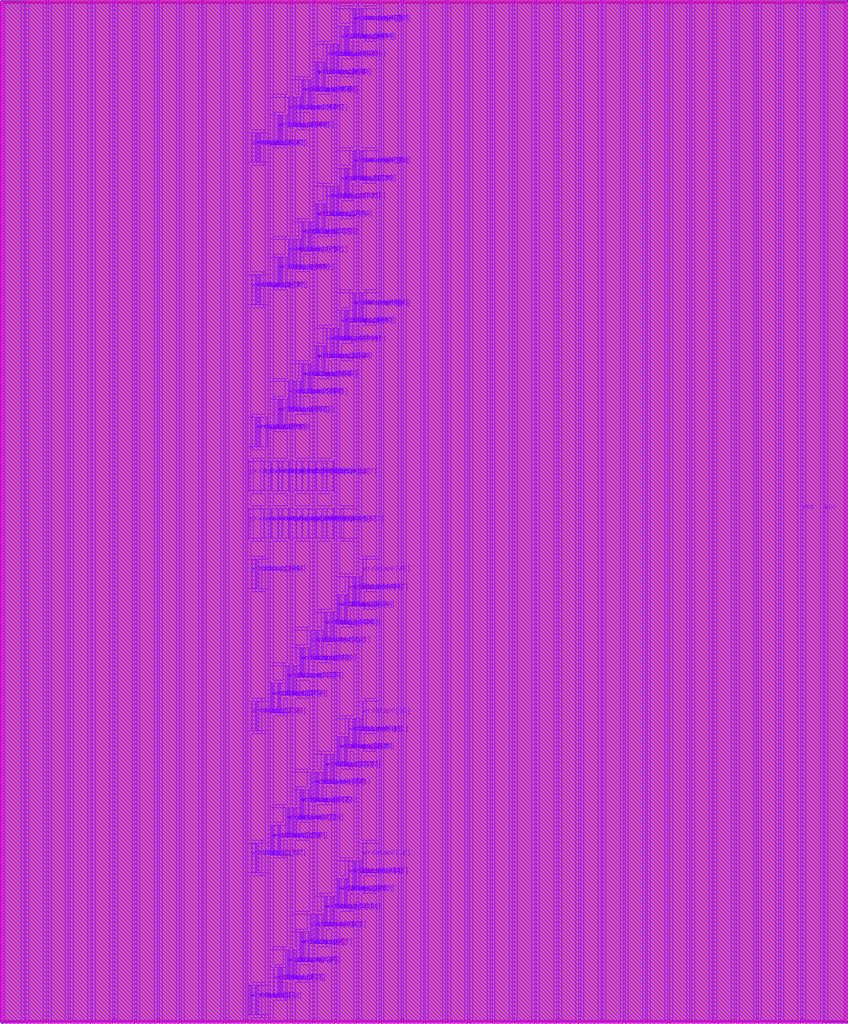
<source format=lef>
VERSION 5.8 ;
BUSBITCHARS "[]" ;
DIVIDERCHAR "/" ;

UNITS
  DATABASE MICRONS 4000 ;
END UNITS

PROPERTYDEFINITIONS
  MACRO hpml_layer STRING ;
  MACRO heml_layer STRING ;
END PROPERTYDEFINITIONS

MACRO arf096b192e1r1w0cbbeheaa4acw
  CLASS BLOCK ;
  FOREIGN arf096b192e1r1w0cbbeheaa4acw ;
  ORIGIN 0 0 ;
  SIZE 34.2 BY 41.28 ;
  PIN ckrdp0
    DIRECTION INPUT ;
    USE SIGNAL ;
    PORT
      LAYER m7 ;
        RECT 9.984 21.48 10.028 22.68 ;
    END
  END ckrdp0
  PIN ckwrp0
    DIRECTION INPUT ;
    USE SIGNAL ;
    PORT
      LAYER m7 ;
        RECT 9.984 19.56 10.028 20.76 ;
    END
  END ckwrp0
  PIN rdaddrp0[0]
    DIRECTION INPUT ;
    USE SIGNAL ;
    PORT
      LAYER m7 ;
        RECT 11.572 21.48 11.616 22.68 ;
    END
  END rdaddrp0[0]
  PIN rdaddrp0[1]
    DIRECTION INPUT ;
    USE SIGNAL ;
    PORT
      LAYER m7 ;
        RECT 11.872 21.48 11.916 22.68 ;
    END
  END rdaddrp0[1]
  PIN rdaddrp0[2]
    DIRECTION INPUT ;
    USE SIGNAL ;
    PORT
      LAYER m7 ;
        RECT 12.128 21.48 12.172 22.68 ;
    END
  END rdaddrp0[2]
  PIN rdaddrp0[3]
    DIRECTION INPUT ;
    USE SIGNAL ;
    PORT
      LAYER m7 ;
        RECT 12.384 21.48 12.428 22.68 ;
    END
  END rdaddrp0[3]
  PIN rdaddrp0[4]
    DIRECTION INPUT ;
    USE SIGNAL ;
    PORT
      LAYER m7 ;
        RECT 12.684 21.48 12.728 22.68 ;
    END
  END rdaddrp0[4]
  PIN rdaddrp0[5]
    DIRECTION INPUT ;
    USE SIGNAL ;
    PORT
      LAYER m7 ;
        RECT 12.944 21.48 12.988 22.68 ;
    END
  END rdaddrp0[5]
  PIN rdaddrp0[6]
    DIRECTION INPUT ;
    USE SIGNAL ;
    PORT
      LAYER m7 ;
        RECT 13.112 21.48 13.156 22.68 ;
    END
  END rdaddrp0[6]
  PIN rdaddrp0[7]
    DIRECTION INPUT ;
    USE SIGNAL ;
    PORT
      LAYER m7 ;
        RECT 13.372 21.48 13.416 22.68 ;
    END
  END rdaddrp0[7]
  PIN rdaddrp0_fd
    DIRECTION INPUT ;
    USE SIGNAL ;
    PORT
      LAYER m7 ;
        RECT 10.584 21.48 10.628 22.68 ;
    END
  END rdaddrp0_fd
  PIN rdaddrp0_rd
    DIRECTION INPUT ;
    USE SIGNAL ;
    PORT
      LAYER m7 ;
        RECT 10.884 21.48 10.928 22.68 ;
    END
  END rdaddrp0_rd
  PIN rdenp0
    DIRECTION INPUT ;
    USE SIGNAL ;
    PORT
      LAYER m7 ;
        RECT 11.144 21.48 11.188 22.68 ;
    END
  END rdenp0
  PIN sdl_initp0
    DIRECTION INPUT ;
    USE SIGNAL ;
    PORT
      LAYER m7 ;
        RECT 11.312 21.48 11.356 22.68 ;
    END
  END sdl_initp0
  PIN wraddrp0[0]
    DIRECTION INPUT ;
    USE SIGNAL ;
    PORT
      LAYER m7 ;
        RECT 11.872 19.56 11.916 20.76 ;
    END
  END wraddrp0[0]
  PIN wraddrp0[1]
    DIRECTION INPUT ;
    USE SIGNAL ;
    PORT
      LAYER m7 ;
        RECT 12.128 19.56 12.172 20.76 ;
    END
  END wraddrp0[1]
  PIN wraddrp0[2]
    DIRECTION INPUT ;
    USE SIGNAL ;
    PORT
      LAYER m7 ;
        RECT 12.384 19.56 12.428 20.76 ;
    END
  END wraddrp0[2]
  PIN wraddrp0[3]
    DIRECTION INPUT ;
    USE SIGNAL ;
    PORT
      LAYER m7 ;
        RECT 12.684 19.56 12.728 20.76 ;
    END
  END wraddrp0[3]
  PIN wraddrp0[4]
    DIRECTION INPUT ;
    USE SIGNAL ;
    PORT
      LAYER m7 ;
        RECT 12.944 19.56 12.988 20.76 ;
    END
  END wraddrp0[4]
  PIN wraddrp0[5]
    DIRECTION INPUT ;
    USE SIGNAL ;
    PORT
      LAYER m7 ;
        RECT 13.112 19.56 13.156 20.76 ;
    END
  END wraddrp0[5]
  PIN wraddrp0[6]
    DIRECTION INPUT ;
    USE SIGNAL ;
    PORT
      LAYER m7 ;
        RECT 13.372 19.56 13.416 20.76 ;
    END
  END wraddrp0[6]
  PIN wraddrp0[7]
    DIRECTION INPUT ;
    USE SIGNAL ;
    PORT
      LAYER m7 ;
        RECT 13.672 19.56 13.716 20.76 ;
    END
  END wraddrp0[7]
  PIN wraddrp0_fd
    DIRECTION INPUT ;
    USE SIGNAL ;
    PORT
      LAYER m7 ;
        RECT 10.584 19.56 10.628 20.76 ;
    END
  END wraddrp0_fd
  PIN wraddrp0_rd
    DIRECTION INPUT ;
    USE SIGNAL ;
    PORT
      LAYER m7 ;
        RECT 10.884 19.56 10.928 20.76 ;
    END
  END wraddrp0_rd
  PIN wrdatap0[0]
    DIRECTION INPUT ;
    USE SIGNAL ;
    PORT
      LAYER m7 ;
        RECT 9.984 0.24 10.028 1.44 ;
    END
  END wrdatap0[0]
  PIN wrdatap0[10]
    DIRECTION INPUT ;
    USE SIGNAL ;
    PORT
      LAYER m7 ;
        RECT 13.028 3.84 13.072 5.04 ;
    END
  END wrdatap0[10]
  PIN wrdatap0[11]
    DIRECTION INPUT ;
    USE SIGNAL ;
    PORT
      LAYER m7 ;
        RECT 13.112 3.84 13.156 5.04 ;
    END
  END wrdatap0[11]
  PIN wrdatap0[12]
    DIRECTION INPUT ;
    USE SIGNAL ;
    PORT
      LAYER m7 ;
        RECT 13.584 4.56 13.628 5.76 ;
    END
  END wrdatap0[12]
  PIN wrdatap0[13]
    DIRECTION INPUT ;
    USE SIGNAL ;
    PORT
      LAYER m7 ;
        RECT 13.672 4.56 13.716 5.76 ;
    END
  END wrdatap0[13]
  PIN wrdatap0[14]
    DIRECTION INPUT ;
    USE SIGNAL ;
    PORT
      LAYER m7 ;
        RECT 14.012 5.28 14.056 6.48 ;
    END
  END wrdatap0[14]
  PIN wrdatap0[15]
    DIRECTION INPUT ;
    USE SIGNAL ;
    PORT
      LAYER m7 ;
        RECT 14.184 5.28 14.228 6.48 ;
    END
  END wrdatap0[15]
  PIN wrdatap0[16]
    DIRECTION INPUT ;
    USE SIGNAL ;
    PORT
      LAYER m7 ;
        RECT 14.572 6 14.616 7.2 ;
    END
  END wrdatap0[16]
  PIN wrdatap0[17]
    DIRECTION INPUT ;
    USE SIGNAL ;
    PORT
      LAYER m7 ;
        RECT 10.072 6 10.116 7.2 ;
    END
  END wrdatap0[17]
  PIN wrdatap0[18]
    DIRECTION INPUT ;
    USE SIGNAL ;
    PORT
      LAYER m7 ;
        RECT 10.884 6.72 10.928 7.92 ;
    END
  END wrdatap0[18]
  PIN wrdatap0[19]
    DIRECTION INPUT ;
    USE SIGNAL ;
    PORT
      LAYER m7 ;
        RECT 10.972 6.72 11.016 7.92 ;
    END
  END wrdatap0[19]
  PIN wrdatap0[1]
    DIRECTION INPUT ;
    USE SIGNAL ;
    PORT
      LAYER m7 ;
        RECT 10.072 0.24 10.116 1.44 ;
    END
  END wrdatap0[1]
  PIN wrdatap0[20]
    DIRECTION INPUT ;
    USE SIGNAL ;
    PORT
      LAYER m7 ;
        RECT 11.484 7.44 11.528 8.64 ;
    END
  END wrdatap0[20]
  PIN wrdatap0[21]
    DIRECTION INPUT ;
    USE SIGNAL ;
    PORT
      LAYER m7 ;
        RECT 11.572 7.44 11.616 8.64 ;
    END
  END wrdatap0[21]
  PIN wrdatap0[22]
    DIRECTION INPUT ;
    USE SIGNAL ;
    PORT
      LAYER m7 ;
        RECT 12.044 8.16 12.088 9.36 ;
    END
  END wrdatap0[22]
  PIN wrdatap0[23]
    DIRECTION INPUT ;
    USE SIGNAL ;
    PORT
      LAYER m7 ;
        RECT 12.128 8.16 12.172 9.36 ;
    END
  END wrdatap0[23]
  PIN wrdatap0[24]
    DIRECTION INPUT ;
    USE SIGNAL ;
    PORT
      LAYER m7 ;
        RECT 12.472 8.88 12.516 10.08 ;
    END
  END wrdatap0[24]
  PIN wrdatap0[25]
    DIRECTION INPUT ;
    USE SIGNAL ;
    PORT
      LAYER m7 ;
        RECT 12.684 8.88 12.728 10.08 ;
    END
  END wrdatap0[25]
  PIN wrdatap0[26]
    DIRECTION INPUT ;
    USE SIGNAL ;
    PORT
      LAYER m7 ;
        RECT 13.028 9.6 13.072 10.8 ;
    END
  END wrdatap0[26]
  PIN wrdatap0[27]
    DIRECTION INPUT ;
    USE SIGNAL ;
    PORT
      LAYER m7 ;
        RECT 13.112 9.6 13.156 10.8 ;
    END
  END wrdatap0[27]
  PIN wrdatap0[28]
    DIRECTION INPUT ;
    USE SIGNAL ;
    PORT
      LAYER m7 ;
        RECT 13.584 10.32 13.628 11.52 ;
    END
  END wrdatap0[28]
  PIN wrdatap0[29]
    DIRECTION INPUT ;
    USE SIGNAL ;
    PORT
      LAYER m7 ;
        RECT 13.672 10.32 13.716 11.52 ;
    END
  END wrdatap0[29]
  PIN wrdatap0[2]
    DIRECTION INPUT ;
    USE SIGNAL ;
    PORT
      LAYER m7 ;
        RECT 10.972 0.96 11.016 2.16 ;
    END
  END wrdatap0[2]
  PIN wrdatap0[30]
    DIRECTION INPUT ;
    USE SIGNAL ;
    PORT
      LAYER m7 ;
        RECT 14.012 11.04 14.056 12.24 ;
    END
  END wrdatap0[30]
  PIN wrdatap0[31]
    DIRECTION INPUT ;
    USE SIGNAL ;
    PORT
      LAYER m7 ;
        RECT 14.184 11.04 14.228 12.24 ;
    END
  END wrdatap0[31]
  PIN wrdatap0[32]
    DIRECTION INPUT ;
    USE SIGNAL ;
    PORT
      LAYER m7 ;
        RECT 14.572 11.76 14.616 12.96 ;
    END
  END wrdatap0[32]
  PIN wrdatap0[33]
    DIRECTION INPUT ;
    USE SIGNAL ;
    PORT
      LAYER m7 ;
        RECT 10.072 11.76 10.116 12.96 ;
    END
  END wrdatap0[33]
  PIN wrdatap0[34]
    DIRECTION INPUT ;
    USE SIGNAL ;
    PORT
      LAYER m7 ;
        RECT 10.884 12.48 10.928 13.68 ;
    END
  END wrdatap0[34]
  PIN wrdatap0[35]
    DIRECTION INPUT ;
    USE SIGNAL ;
    PORT
      LAYER m7 ;
        RECT 10.972 12.48 11.016 13.68 ;
    END
  END wrdatap0[35]
  PIN wrdatap0[36]
    DIRECTION INPUT ;
    USE SIGNAL ;
    PORT
      LAYER m7 ;
        RECT 11.484 13.2 11.528 14.4 ;
    END
  END wrdatap0[36]
  PIN wrdatap0[37]
    DIRECTION INPUT ;
    USE SIGNAL ;
    PORT
      LAYER m7 ;
        RECT 11.572 13.2 11.616 14.4 ;
    END
  END wrdatap0[37]
  PIN wrdatap0[38]
    DIRECTION INPUT ;
    USE SIGNAL ;
    PORT
      LAYER m7 ;
        RECT 12.044 13.92 12.088 15.12 ;
    END
  END wrdatap0[38]
  PIN wrdatap0[39]
    DIRECTION INPUT ;
    USE SIGNAL ;
    PORT
      LAYER m7 ;
        RECT 12.128 13.92 12.172 15.12 ;
    END
  END wrdatap0[39]
  PIN wrdatap0[3]
    DIRECTION INPUT ;
    USE SIGNAL ;
    PORT
      LAYER m7 ;
        RECT 11.144 0.96 11.188 2.16 ;
    END
  END wrdatap0[3]
  PIN wrdatap0[40]
    DIRECTION INPUT ;
    USE SIGNAL ;
    PORT
      LAYER m7 ;
        RECT 12.472 14.64 12.516 15.84 ;
    END
  END wrdatap0[40]
  PIN wrdatap0[41]
    DIRECTION INPUT ;
    USE SIGNAL ;
    PORT
      LAYER m7 ;
        RECT 12.684 14.64 12.728 15.84 ;
    END
  END wrdatap0[41]
  PIN wrdatap0[42]
    DIRECTION INPUT ;
    USE SIGNAL ;
    PORT
      LAYER m7 ;
        RECT 13.028 15.36 13.072 16.56 ;
    END
  END wrdatap0[42]
  PIN wrdatap0[43]
    DIRECTION INPUT ;
    USE SIGNAL ;
    PORT
      LAYER m7 ;
        RECT 13.112 15.36 13.156 16.56 ;
    END
  END wrdatap0[43]
  PIN wrdatap0[44]
    DIRECTION INPUT ;
    USE SIGNAL ;
    PORT
      LAYER m7 ;
        RECT 13.584 16.08 13.628 17.28 ;
    END
  END wrdatap0[44]
  PIN wrdatap0[45]
    DIRECTION INPUT ;
    USE SIGNAL ;
    PORT
      LAYER m7 ;
        RECT 13.672 16.08 13.716 17.28 ;
    END
  END wrdatap0[45]
  PIN wrdatap0[46]
    DIRECTION INPUT ;
    USE SIGNAL ;
    PORT
      LAYER m7 ;
        RECT 14.012 16.8 14.056 18 ;
    END
  END wrdatap0[46]
  PIN wrdatap0[47]
    DIRECTION INPUT ;
    USE SIGNAL ;
    PORT
      LAYER m7 ;
        RECT 14.184 16.8 14.228 18 ;
    END
  END wrdatap0[47]
  PIN wrdatap0[48]
    DIRECTION INPUT ;
    USE SIGNAL ;
    PORT
      LAYER m7 ;
        RECT 14.572 17.52 14.616 18.72 ;
    END
  END wrdatap0[48]
  PIN wrdatap0[49]
    DIRECTION INPUT ;
    USE SIGNAL ;
    PORT
      LAYER m7 ;
        RECT 10.072 17.52 10.116 18.72 ;
    END
  END wrdatap0[49]
  PIN wrdatap0[4]
    DIRECTION INPUT ;
    USE SIGNAL ;
    PORT
      LAYER m7 ;
        RECT 11.484 1.68 11.528 2.88 ;
    END
  END wrdatap0[4]
  PIN wrdatap0[50]
    DIRECTION INPUT ;
    USE SIGNAL ;
    PORT
      LAYER m7 ;
        RECT 10.244 23.28 10.288 24.48 ;
    END
  END wrdatap0[50]
  PIN wrdatap0[51]
    DIRECTION INPUT ;
    USE SIGNAL ;
    PORT
      LAYER m7 ;
        RECT 10.328 23.28 10.372 24.48 ;
    END
  END wrdatap0[51]
  PIN wrdatap0[52]
    DIRECTION INPUT ;
    USE SIGNAL ;
    PORT
      LAYER m7 ;
        RECT 11.144 24 11.188 25.2 ;
    END
  END wrdatap0[52]
  PIN wrdatap0[53]
    DIRECTION INPUT ;
    USE SIGNAL ;
    PORT
      LAYER m7 ;
        RECT 11.228 24 11.272 25.2 ;
    END
  END wrdatap0[53]
  PIN wrdatap0[54]
    DIRECTION INPUT ;
    USE SIGNAL ;
    PORT
      LAYER m7 ;
        RECT 11.572 24.72 11.616 25.92 ;
    END
  END wrdatap0[54]
  PIN wrdatap0[55]
    DIRECTION INPUT ;
    USE SIGNAL ;
    PORT
      LAYER m7 ;
        RECT 11.784 24.72 11.828 25.92 ;
    END
  END wrdatap0[55]
  PIN wrdatap0[56]
    DIRECTION INPUT ;
    USE SIGNAL ;
    PORT
      LAYER m7 ;
        RECT 12.128 25.44 12.172 26.64 ;
    END
  END wrdatap0[56]
  PIN wrdatap0[57]
    DIRECTION INPUT ;
    USE SIGNAL ;
    PORT
      LAYER m7 ;
        RECT 12.212 25.44 12.256 26.64 ;
    END
  END wrdatap0[57]
  PIN wrdatap0[58]
    DIRECTION INPUT ;
    USE SIGNAL ;
    PORT
      LAYER m7 ;
        RECT 12.684 26.16 12.728 27.36 ;
    END
  END wrdatap0[58]
  PIN wrdatap0[59]
    DIRECTION INPUT ;
    USE SIGNAL ;
    PORT
      LAYER m7 ;
        RECT 12.772 26.16 12.816 27.36 ;
    END
  END wrdatap0[59]
  PIN wrdatap0[5]
    DIRECTION INPUT ;
    USE SIGNAL ;
    PORT
      LAYER m7 ;
        RECT 11.572 1.68 11.616 2.88 ;
    END
  END wrdatap0[5]
  PIN wrdatap0[60]
    DIRECTION INPUT ;
    USE SIGNAL ;
    PORT
      LAYER m7 ;
        RECT 13.112 26.88 13.156 28.08 ;
    END
  END wrdatap0[60]
  PIN wrdatap0[61]
    DIRECTION INPUT ;
    USE SIGNAL ;
    PORT
      LAYER m7 ;
        RECT 13.284 26.88 13.328 28.08 ;
    END
  END wrdatap0[61]
  PIN wrdatap0[62]
    DIRECTION INPUT ;
    USE SIGNAL ;
    PORT
      LAYER m7 ;
        RECT 13.672 27.6 13.716 28.8 ;
    END
  END wrdatap0[62]
  PIN wrdatap0[63]
    DIRECTION INPUT ;
    USE SIGNAL ;
    PORT
      LAYER m7 ;
        RECT 13.844 27.6 13.888 28.8 ;
    END
  END wrdatap0[63]
  PIN wrdatap0[64]
    DIRECTION INPUT ;
    USE SIGNAL ;
    PORT
      LAYER m7 ;
        RECT 14.184 28.32 14.228 29.52 ;
    END
  END wrdatap0[64]
  PIN wrdatap0[65]
    DIRECTION INPUT ;
    USE SIGNAL ;
    PORT
      LAYER m7 ;
        RECT 14.272 28.32 14.316 29.52 ;
    END
  END wrdatap0[65]
  PIN wrdatap0[66]
    DIRECTION INPUT ;
    USE SIGNAL ;
    PORT
      LAYER m7 ;
        RECT 10.072 29.04 10.116 30.24 ;
    END
  END wrdatap0[66]
  PIN wrdatap0[67]
    DIRECTION INPUT ;
    USE SIGNAL ;
    PORT
      LAYER m7 ;
        RECT 10.244 29.04 10.288 30.24 ;
    END
  END wrdatap0[67]
  PIN wrdatap0[68]
    DIRECTION INPUT ;
    USE SIGNAL ;
    PORT
      LAYER m7 ;
        RECT 11.144 29.76 11.188 30.96 ;
    END
  END wrdatap0[68]
  PIN wrdatap0[69]
    DIRECTION INPUT ;
    USE SIGNAL ;
    PORT
      LAYER m7 ;
        RECT 11.228 29.76 11.272 30.96 ;
    END
  END wrdatap0[69]
  PIN wrdatap0[6]
    DIRECTION INPUT ;
    USE SIGNAL ;
    PORT
      LAYER m7 ;
        RECT 12.044 2.4 12.088 3.6 ;
    END
  END wrdatap0[6]
  PIN wrdatap0[70]
    DIRECTION INPUT ;
    USE SIGNAL ;
    PORT
      LAYER m7 ;
        RECT 11.572 30.48 11.616 31.68 ;
    END
  END wrdatap0[70]
  PIN wrdatap0[71]
    DIRECTION INPUT ;
    USE SIGNAL ;
    PORT
      LAYER m7 ;
        RECT 11.784 30.48 11.828 31.68 ;
    END
  END wrdatap0[71]
  PIN wrdatap0[72]
    DIRECTION INPUT ;
    USE SIGNAL ;
    PORT
      LAYER m7 ;
        RECT 12.128 31.2 12.172 32.4 ;
    END
  END wrdatap0[72]
  PIN wrdatap0[73]
    DIRECTION INPUT ;
    USE SIGNAL ;
    PORT
      LAYER m7 ;
        RECT 12.212 31.2 12.256 32.4 ;
    END
  END wrdatap0[73]
  PIN wrdatap0[74]
    DIRECTION INPUT ;
    USE SIGNAL ;
    PORT
      LAYER m7 ;
        RECT 12.684 31.92 12.728 33.12 ;
    END
  END wrdatap0[74]
  PIN wrdatap0[75]
    DIRECTION INPUT ;
    USE SIGNAL ;
    PORT
      LAYER m7 ;
        RECT 12.772 31.92 12.816 33.12 ;
    END
  END wrdatap0[75]
  PIN wrdatap0[76]
    DIRECTION INPUT ;
    USE SIGNAL ;
    PORT
      LAYER m7 ;
        RECT 13.112 32.64 13.156 33.84 ;
    END
  END wrdatap0[76]
  PIN wrdatap0[77]
    DIRECTION INPUT ;
    USE SIGNAL ;
    PORT
      LAYER m7 ;
        RECT 13.284 32.64 13.328 33.84 ;
    END
  END wrdatap0[77]
  PIN wrdatap0[78]
    DIRECTION INPUT ;
    USE SIGNAL ;
    PORT
      LAYER m7 ;
        RECT 13.672 33.36 13.716 34.56 ;
    END
  END wrdatap0[78]
  PIN wrdatap0[79]
    DIRECTION INPUT ;
    USE SIGNAL ;
    PORT
      LAYER m7 ;
        RECT 13.844 33.36 13.888 34.56 ;
    END
  END wrdatap0[79]
  PIN wrdatap0[7]
    DIRECTION INPUT ;
    USE SIGNAL ;
    PORT
      LAYER m7 ;
        RECT 12.128 2.4 12.172 3.6 ;
    END
  END wrdatap0[7]
  PIN wrdatap0[80]
    DIRECTION INPUT ;
    USE SIGNAL ;
    PORT
      LAYER m7 ;
        RECT 14.184 34.08 14.228 35.28 ;
    END
  END wrdatap0[80]
  PIN wrdatap0[81]
    DIRECTION INPUT ;
    USE SIGNAL ;
    PORT
      LAYER m7 ;
        RECT 14.272 34.08 14.316 35.28 ;
    END
  END wrdatap0[81]
  PIN wrdatap0[82]
    DIRECTION INPUT ;
    USE SIGNAL ;
    PORT
      LAYER m7 ;
        RECT 10.072 34.8 10.116 36 ;
    END
  END wrdatap0[82]
  PIN wrdatap0[83]
    DIRECTION INPUT ;
    USE SIGNAL ;
    PORT
      LAYER m7 ;
        RECT 10.244 34.8 10.288 36 ;
    END
  END wrdatap0[83]
  PIN wrdatap0[84]
    DIRECTION INPUT ;
    USE SIGNAL ;
    PORT
      LAYER m7 ;
        RECT 11.144 35.52 11.188 36.72 ;
    END
  END wrdatap0[84]
  PIN wrdatap0[85]
    DIRECTION INPUT ;
    USE SIGNAL ;
    PORT
      LAYER m7 ;
        RECT 11.228 35.52 11.272 36.72 ;
    END
  END wrdatap0[85]
  PIN wrdatap0[86]
    DIRECTION INPUT ;
    USE SIGNAL ;
    PORT
      LAYER m7 ;
        RECT 11.572 36.24 11.616 37.44 ;
    END
  END wrdatap0[86]
  PIN wrdatap0[87]
    DIRECTION INPUT ;
    USE SIGNAL ;
    PORT
      LAYER m7 ;
        RECT 11.784 36.24 11.828 37.44 ;
    END
  END wrdatap0[87]
  PIN wrdatap0[88]
    DIRECTION INPUT ;
    USE SIGNAL ;
    PORT
      LAYER m7 ;
        RECT 12.128 36.96 12.172 38.16 ;
    END
  END wrdatap0[88]
  PIN wrdatap0[89]
    DIRECTION INPUT ;
    USE SIGNAL ;
    PORT
      LAYER m7 ;
        RECT 12.212 36.96 12.256 38.16 ;
    END
  END wrdatap0[89]
  PIN wrdatap0[8]
    DIRECTION INPUT ;
    USE SIGNAL ;
    PORT
      LAYER m7 ;
        RECT 12.472 3.12 12.516 4.32 ;
    END
  END wrdatap0[8]
  PIN wrdatap0[90]
    DIRECTION INPUT ;
    USE SIGNAL ;
    PORT
      LAYER m7 ;
        RECT 12.684 37.68 12.728 38.88 ;
    END
  END wrdatap0[90]
  PIN wrdatap0[91]
    DIRECTION INPUT ;
    USE SIGNAL ;
    PORT
      LAYER m7 ;
        RECT 12.772 37.68 12.816 38.88 ;
    END
  END wrdatap0[91]
  PIN wrdatap0[92]
    DIRECTION INPUT ;
    USE SIGNAL ;
    PORT
      LAYER m7 ;
        RECT 13.112 38.4 13.156 39.6 ;
    END
  END wrdatap0[92]
  PIN wrdatap0[93]
    DIRECTION INPUT ;
    USE SIGNAL ;
    PORT
      LAYER m7 ;
        RECT 13.284 38.4 13.328 39.6 ;
    END
  END wrdatap0[93]
  PIN wrdatap0[94]
    DIRECTION INPUT ;
    USE SIGNAL ;
    PORT
      LAYER m7 ;
        RECT 13.672 39.12 13.716 40.32 ;
    END
  END wrdatap0[94]
  PIN wrdatap0[95]
    DIRECTION INPUT ;
    USE SIGNAL ;
    PORT
      LAYER m7 ;
        RECT 13.844 39.12 13.888 40.32 ;
    END
  END wrdatap0[95]
  PIN wrdatap0[96]
    DIRECTION INPUT ;
    USE SIGNAL ;
    PORT
      LAYER m7 ;
        RECT 14.184 39.84 14.228 41.04 ;
    END
  END wrdatap0[96]
  PIN wrdatap0[97]
    DIRECTION INPUT ;
    USE SIGNAL ;
    PORT
      LAYER m7 ;
        RECT 14.272 39.84 14.316 41.04 ;
    END
  END wrdatap0[97]
  PIN wrdatap0[9]
    DIRECTION INPUT ;
    USE SIGNAL ;
    PORT
      LAYER m7 ;
        RECT 12.684 3.12 12.728 4.32 ;
    END
  END wrdatap0[9]
  PIN wrdatap0_fd
    DIRECTION INPUT ;
    USE SIGNAL ;
    PORT
      LAYER m7 ;
        RECT 11.312 19.56 11.356 20.76 ;
    END
  END wrdatap0_fd
  PIN wrdatap0_rd
    DIRECTION INPUT ;
    USE SIGNAL ;
    PORT
      LAYER m7 ;
        RECT 11.572 19.56 11.616 20.76 ;
    END
  END wrdatap0_rd
  PIN wrenp0
    DIRECTION INPUT ;
    USE SIGNAL ;
    PORT
      LAYER m7 ;
        RECT 11.144 19.56 11.188 20.76 ;
    END
  END wrenp0
  PIN rddatap0[0]
    DIRECTION OUTPUT ;
    USE SIGNAL ;
    PORT
      LAYER m7 ;
        RECT 10.244 0.24 10.288 1.44 ;
    END
  END rddatap0[0]
  PIN rddatap0[10]
    DIRECTION OUTPUT ;
    USE SIGNAL ;
    PORT
      LAYER m7 ;
        RECT 13.284 3.84 13.328 5.04 ;
    END
  END rddatap0[10]
  PIN rddatap0[11]
    DIRECTION OUTPUT ;
    USE SIGNAL ;
    PORT
      LAYER m7 ;
        RECT 13.372 3.84 13.416 5.04 ;
    END
  END rddatap0[11]
  PIN rddatap0[12]
    DIRECTION OUTPUT ;
    USE SIGNAL ;
    PORT
      LAYER m7 ;
        RECT 13.844 4.56 13.888 5.76 ;
    END
  END rddatap0[12]
  PIN rddatap0[13]
    DIRECTION OUTPUT ;
    USE SIGNAL ;
    PORT
      LAYER m7 ;
        RECT 13.928 4.56 13.972 5.76 ;
    END
  END rddatap0[13]
  PIN rddatap0[14]
    DIRECTION OUTPUT ;
    USE SIGNAL ;
    PORT
      LAYER m7 ;
        RECT 14.272 5.28 14.316 6.48 ;
    END
  END rddatap0[14]
  PIN rddatap0[15]
    DIRECTION OUTPUT ;
    USE SIGNAL ;
    PORT
      LAYER m7 ;
        RECT 14.484 5.28 14.528 6.48 ;
    END
  END rddatap0[15]
  PIN rddatap0[16]
    DIRECTION OUTPUT ;
    USE SIGNAL ;
    PORT
      LAYER m7 ;
        RECT 10.244 6 10.288 7.2 ;
    END
  END rddatap0[16]
  PIN rddatap0[17]
    DIRECTION OUTPUT ;
    USE SIGNAL ;
    PORT
      LAYER m7 ;
        RECT 10.328 6 10.372 7.2 ;
    END
  END rddatap0[17]
  PIN rddatap0[18]
    DIRECTION OUTPUT ;
    USE SIGNAL ;
    PORT
      LAYER m7 ;
        RECT 11.144 6.72 11.188 7.92 ;
    END
  END rddatap0[18]
  PIN rddatap0[19]
    DIRECTION OUTPUT ;
    USE SIGNAL ;
    PORT
      LAYER m7 ;
        RECT 11.228 6.72 11.272 7.92 ;
    END
  END rddatap0[19]
  PIN rddatap0[1]
    DIRECTION OUTPUT ;
    USE SIGNAL ;
    PORT
      LAYER m7 ;
        RECT 10.328 0.24 10.372 1.44 ;
    END
  END rddatap0[1]
  PIN rddatap0[20]
    DIRECTION OUTPUT ;
    USE SIGNAL ;
    PORT
      LAYER m7 ;
        RECT 11.784 7.44 11.828 8.64 ;
    END
  END rddatap0[20]
  PIN rddatap0[21]
    DIRECTION OUTPUT ;
    USE SIGNAL ;
    PORT
      LAYER m7 ;
        RECT 11.872 7.44 11.916 8.64 ;
    END
  END rddatap0[21]
  PIN rddatap0[22]
    DIRECTION OUTPUT ;
    USE SIGNAL ;
    PORT
      LAYER m7 ;
        RECT 12.212 8.16 12.256 9.36 ;
    END
  END rddatap0[22]
  PIN rddatap0[23]
    DIRECTION OUTPUT ;
    USE SIGNAL ;
    PORT
      LAYER m7 ;
        RECT 12.384 8.16 12.428 9.36 ;
    END
  END rddatap0[23]
  PIN rddatap0[24]
    DIRECTION OUTPUT ;
    USE SIGNAL ;
    PORT
      LAYER m7 ;
        RECT 12.772 8.88 12.816 10.08 ;
    END
  END rddatap0[24]
  PIN rddatap0[25]
    DIRECTION OUTPUT ;
    USE SIGNAL ;
    PORT
      LAYER m7 ;
        RECT 12.944 8.88 12.988 10.08 ;
    END
  END rddatap0[25]
  PIN rddatap0[26]
    DIRECTION OUTPUT ;
    USE SIGNAL ;
    PORT
      LAYER m7 ;
        RECT 13.284 9.6 13.328 10.8 ;
    END
  END rddatap0[26]
  PIN rddatap0[27]
    DIRECTION OUTPUT ;
    USE SIGNAL ;
    PORT
      LAYER m7 ;
        RECT 13.372 9.6 13.416 10.8 ;
    END
  END rddatap0[27]
  PIN rddatap0[28]
    DIRECTION OUTPUT ;
    USE SIGNAL ;
    PORT
      LAYER m7 ;
        RECT 13.844 10.32 13.888 11.52 ;
    END
  END rddatap0[28]
  PIN rddatap0[29]
    DIRECTION OUTPUT ;
    USE SIGNAL ;
    PORT
      LAYER m7 ;
        RECT 13.928 10.32 13.972 11.52 ;
    END
  END rddatap0[29]
  PIN rddatap0[2]
    DIRECTION OUTPUT ;
    USE SIGNAL ;
    PORT
      LAYER m7 ;
        RECT 11.228 0.96 11.272 2.16 ;
    END
  END rddatap0[2]
  PIN rddatap0[30]
    DIRECTION OUTPUT ;
    USE SIGNAL ;
    PORT
      LAYER m7 ;
        RECT 14.272 11.04 14.316 12.24 ;
    END
  END rddatap0[30]
  PIN rddatap0[31]
    DIRECTION OUTPUT ;
    USE SIGNAL ;
    PORT
      LAYER m7 ;
        RECT 14.484 11.04 14.528 12.24 ;
    END
  END rddatap0[31]
  PIN rddatap0[32]
    DIRECTION OUTPUT ;
    USE SIGNAL ;
    PORT
      LAYER m7 ;
        RECT 10.244 11.76 10.288 12.96 ;
    END
  END rddatap0[32]
  PIN rddatap0[33]
    DIRECTION OUTPUT ;
    USE SIGNAL ;
    PORT
      LAYER m7 ;
        RECT 10.328 11.76 10.372 12.96 ;
    END
  END rddatap0[33]
  PIN rddatap0[34]
    DIRECTION OUTPUT ;
    USE SIGNAL ;
    PORT
      LAYER m7 ;
        RECT 11.144 12.48 11.188 13.68 ;
    END
  END rddatap0[34]
  PIN rddatap0[35]
    DIRECTION OUTPUT ;
    USE SIGNAL ;
    PORT
      LAYER m7 ;
        RECT 11.228 12.48 11.272 13.68 ;
    END
  END rddatap0[35]
  PIN rddatap0[36]
    DIRECTION OUTPUT ;
    USE SIGNAL ;
    PORT
      LAYER m7 ;
        RECT 11.784 13.2 11.828 14.4 ;
    END
  END rddatap0[36]
  PIN rddatap0[37]
    DIRECTION OUTPUT ;
    USE SIGNAL ;
    PORT
      LAYER m7 ;
        RECT 11.872 13.2 11.916 14.4 ;
    END
  END rddatap0[37]
  PIN rddatap0[38]
    DIRECTION OUTPUT ;
    USE SIGNAL ;
    PORT
      LAYER m7 ;
        RECT 12.212 13.92 12.256 15.12 ;
    END
  END rddatap0[38]
  PIN rddatap0[39]
    DIRECTION OUTPUT ;
    USE SIGNAL ;
    PORT
      LAYER m7 ;
        RECT 12.384 13.92 12.428 15.12 ;
    END
  END rddatap0[39]
  PIN rddatap0[3]
    DIRECTION OUTPUT ;
    USE SIGNAL ;
    PORT
      LAYER m7 ;
        RECT 11.312 0.96 11.356 2.16 ;
    END
  END rddatap0[3]
  PIN rddatap0[40]
    DIRECTION OUTPUT ;
    USE SIGNAL ;
    PORT
      LAYER m7 ;
        RECT 12.772 14.64 12.816 15.84 ;
    END
  END rddatap0[40]
  PIN rddatap0[41]
    DIRECTION OUTPUT ;
    USE SIGNAL ;
    PORT
      LAYER m7 ;
        RECT 12.944 14.64 12.988 15.84 ;
    END
  END rddatap0[41]
  PIN rddatap0[42]
    DIRECTION OUTPUT ;
    USE SIGNAL ;
    PORT
      LAYER m7 ;
        RECT 13.284 15.36 13.328 16.56 ;
    END
  END rddatap0[42]
  PIN rddatap0[43]
    DIRECTION OUTPUT ;
    USE SIGNAL ;
    PORT
      LAYER m7 ;
        RECT 13.372 15.36 13.416 16.56 ;
    END
  END rddatap0[43]
  PIN rddatap0[44]
    DIRECTION OUTPUT ;
    USE SIGNAL ;
    PORT
      LAYER m7 ;
        RECT 13.844 16.08 13.888 17.28 ;
    END
  END rddatap0[44]
  PIN rddatap0[45]
    DIRECTION OUTPUT ;
    USE SIGNAL ;
    PORT
      LAYER m7 ;
        RECT 13.928 16.08 13.972 17.28 ;
    END
  END rddatap0[45]
  PIN rddatap0[46]
    DIRECTION OUTPUT ;
    USE SIGNAL ;
    PORT
      LAYER m7 ;
        RECT 14.272 16.8 14.316 18 ;
    END
  END rddatap0[46]
  PIN rddatap0[47]
    DIRECTION OUTPUT ;
    USE SIGNAL ;
    PORT
      LAYER m7 ;
        RECT 14.484 16.8 14.528 18 ;
    END
  END rddatap0[47]
  PIN rddatap0[48]
    DIRECTION OUTPUT ;
    USE SIGNAL ;
    PORT
      LAYER m7 ;
        RECT 10.244 17.52 10.288 18.72 ;
    END
  END rddatap0[48]
  PIN rddatap0[49]
    DIRECTION OUTPUT ;
    USE SIGNAL ;
    PORT
      LAYER m7 ;
        RECT 10.328 17.52 10.372 18.72 ;
    END
  END rddatap0[49]
  PIN rddatap0[4]
    DIRECTION OUTPUT ;
    USE SIGNAL ;
    PORT
      LAYER m7 ;
        RECT 11.784 1.68 11.828 2.88 ;
    END
  END rddatap0[4]
  PIN rddatap0[50]
    DIRECTION OUTPUT ;
    USE SIGNAL ;
    PORT
      LAYER m7 ;
        RECT 10.412 23.28 10.456 24.48 ;
    END
  END rddatap0[50]
  PIN rddatap0[51]
    DIRECTION OUTPUT ;
    USE SIGNAL ;
    PORT
      LAYER m7 ;
        RECT 10.672 23.28 10.716 24.48 ;
    END
  END rddatap0[51]
  PIN rddatap0[52]
    DIRECTION OUTPUT ;
    USE SIGNAL ;
    PORT
      LAYER m7 ;
        RECT 11.312 24 11.356 25.2 ;
    END
  END rddatap0[52]
  PIN rddatap0[53]
    DIRECTION OUTPUT ;
    USE SIGNAL ;
    PORT
      LAYER m7 ;
        RECT 11.484 24 11.528 25.2 ;
    END
  END rddatap0[53]
  PIN rddatap0[54]
    DIRECTION OUTPUT ;
    USE SIGNAL ;
    PORT
      LAYER m7 ;
        RECT 11.872 24.72 11.916 25.92 ;
    END
  END rddatap0[54]
  PIN rddatap0[55]
    DIRECTION OUTPUT ;
    USE SIGNAL ;
    PORT
      LAYER m7 ;
        RECT 12.044 24.72 12.088 25.92 ;
    END
  END rddatap0[55]
  PIN rddatap0[56]
    DIRECTION OUTPUT ;
    USE SIGNAL ;
    PORT
      LAYER m7 ;
        RECT 12.384 25.44 12.428 26.64 ;
    END
  END rddatap0[56]
  PIN rddatap0[57]
    DIRECTION OUTPUT ;
    USE SIGNAL ;
    PORT
      LAYER m7 ;
        RECT 12.472 25.44 12.516 26.64 ;
    END
  END rddatap0[57]
  PIN rddatap0[58]
    DIRECTION OUTPUT ;
    USE SIGNAL ;
    PORT
      LAYER m7 ;
        RECT 12.944 26.16 12.988 27.36 ;
    END
  END rddatap0[58]
  PIN rddatap0[59]
    DIRECTION OUTPUT ;
    USE SIGNAL ;
    PORT
      LAYER m7 ;
        RECT 13.028 26.16 13.072 27.36 ;
    END
  END rddatap0[59]
  PIN rddatap0[5]
    DIRECTION OUTPUT ;
    USE SIGNAL ;
    PORT
      LAYER m7 ;
        RECT 11.872 1.68 11.916 2.88 ;
    END
  END rddatap0[5]
  PIN rddatap0[60]
    DIRECTION OUTPUT ;
    USE SIGNAL ;
    PORT
      LAYER m7 ;
        RECT 13.372 26.88 13.416 28.08 ;
    END
  END rddatap0[60]
  PIN rddatap0[61]
    DIRECTION OUTPUT ;
    USE SIGNAL ;
    PORT
      LAYER m7 ;
        RECT 13.584 26.88 13.628 28.08 ;
    END
  END rddatap0[61]
  PIN rddatap0[62]
    DIRECTION OUTPUT ;
    USE SIGNAL ;
    PORT
      LAYER m7 ;
        RECT 13.928 27.6 13.972 28.8 ;
    END
  END rddatap0[62]
  PIN rddatap0[63]
    DIRECTION OUTPUT ;
    USE SIGNAL ;
    PORT
      LAYER m7 ;
        RECT 14.012 27.6 14.056 28.8 ;
    END
  END rddatap0[63]
  PIN rddatap0[64]
    DIRECTION OUTPUT ;
    USE SIGNAL ;
    PORT
      LAYER m7 ;
        RECT 14.484 28.32 14.528 29.52 ;
    END
  END rddatap0[64]
  PIN rddatap0[65]
    DIRECTION OUTPUT ;
    USE SIGNAL ;
    PORT
      LAYER m7 ;
        RECT 14.572 28.32 14.616 29.52 ;
    END
  END rddatap0[65]
  PIN rddatap0[66]
    DIRECTION OUTPUT ;
    USE SIGNAL ;
    PORT
      LAYER m7 ;
        RECT 10.328 29.04 10.372 30.24 ;
    END
  END rddatap0[66]
  PIN rddatap0[67]
    DIRECTION OUTPUT ;
    USE SIGNAL ;
    PORT
      LAYER m7 ;
        RECT 10.412 29.04 10.456 30.24 ;
    END
  END rddatap0[67]
  PIN rddatap0[68]
    DIRECTION OUTPUT ;
    USE SIGNAL ;
    PORT
      LAYER m7 ;
        RECT 11.312 29.76 11.356 30.96 ;
    END
  END rddatap0[68]
  PIN rddatap0[69]
    DIRECTION OUTPUT ;
    USE SIGNAL ;
    PORT
      LAYER m7 ;
        RECT 11.484 29.76 11.528 30.96 ;
    END
  END rddatap0[69]
  PIN rddatap0[6]
    DIRECTION OUTPUT ;
    USE SIGNAL ;
    PORT
      LAYER m7 ;
        RECT 12.212 2.4 12.256 3.6 ;
    END
  END rddatap0[6]
  PIN rddatap0[70]
    DIRECTION OUTPUT ;
    USE SIGNAL ;
    PORT
      LAYER m7 ;
        RECT 11.872 30.48 11.916 31.68 ;
    END
  END rddatap0[70]
  PIN rddatap0[71]
    DIRECTION OUTPUT ;
    USE SIGNAL ;
    PORT
      LAYER m7 ;
        RECT 12.044 30.48 12.088 31.68 ;
    END
  END rddatap0[71]
  PIN rddatap0[72]
    DIRECTION OUTPUT ;
    USE SIGNAL ;
    PORT
      LAYER m7 ;
        RECT 12.384 31.2 12.428 32.4 ;
    END
  END rddatap0[72]
  PIN rddatap0[73]
    DIRECTION OUTPUT ;
    USE SIGNAL ;
    PORT
      LAYER m7 ;
        RECT 12.472 31.2 12.516 32.4 ;
    END
  END rddatap0[73]
  PIN rddatap0[74]
    DIRECTION OUTPUT ;
    USE SIGNAL ;
    PORT
      LAYER m7 ;
        RECT 12.944 31.92 12.988 33.12 ;
    END
  END rddatap0[74]
  PIN rddatap0[75]
    DIRECTION OUTPUT ;
    USE SIGNAL ;
    PORT
      LAYER m7 ;
        RECT 13.028 31.92 13.072 33.12 ;
    END
  END rddatap0[75]
  PIN rddatap0[76]
    DIRECTION OUTPUT ;
    USE SIGNAL ;
    PORT
      LAYER m7 ;
        RECT 13.372 32.64 13.416 33.84 ;
    END
  END rddatap0[76]
  PIN rddatap0[77]
    DIRECTION OUTPUT ;
    USE SIGNAL ;
    PORT
      LAYER m7 ;
        RECT 13.584 32.64 13.628 33.84 ;
    END
  END rddatap0[77]
  PIN rddatap0[78]
    DIRECTION OUTPUT ;
    USE SIGNAL ;
    PORT
      LAYER m7 ;
        RECT 13.928 33.36 13.972 34.56 ;
    END
  END rddatap0[78]
  PIN rddatap0[79]
    DIRECTION OUTPUT ;
    USE SIGNAL ;
    PORT
      LAYER m7 ;
        RECT 14.012 33.36 14.056 34.56 ;
    END
  END rddatap0[79]
  PIN rddatap0[7]
    DIRECTION OUTPUT ;
    USE SIGNAL ;
    PORT
      LAYER m7 ;
        RECT 12.384 2.4 12.428 3.6 ;
    END
  END rddatap0[7]
  PIN rddatap0[80]
    DIRECTION OUTPUT ;
    USE SIGNAL ;
    PORT
      LAYER m7 ;
        RECT 14.484 34.08 14.528 35.28 ;
    END
  END rddatap0[80]
  PIN rddatap0[81]
    DIRECTION OUTPUT ;
    USE SIGNAL ;
    PORT
      LAYER m7 ;
        RECT 14.572 34.08 14.616 35.28 ;
    END
  END rddatap0[81]
  PIN rddatap0[82]
    DIRECTION OUTPUT ;
    USE SIGNAL ;
    PORT
      LAYER m7 ;
        RECT 10.328 34.8 10.372 36 ;
    END
  END rddatap0[82]
  PIN rddatap0[83]
    DIRECTION OUTPUT ;
    USE SIGNAL ;
    PORT
      LAYER m7 ;
        RECT 10.412 34.8 10.456 36 ;
    END
  END rddatap0[83]
  PIN rddatap0[84]
    DIRECTION OUTPUT ;
    USE SIGNAL ;
    PORT
      LAYER m7 ;
        RECT 11.312 35.52 11.356 36.72 ;
    END
  END rddatap0[84]
  PIN rddatap0[85]
    DIRECTION OUTPUT ;
    USE SIGNAL ;
    PORT
      LAYER m7 ;
        RECT 11.484 35.52 11.528 36.72 ;
    END
  END rddatap0[85]
  PIN rddatap0[86]
    DIRECTION OUTPUT ;
    USE SIGNAL ;
    PORT
      LAYER m7 ;
        RECT 11.872 36.24 11.916 37.44 ;
    END
  END rddatap0[86]
  PIN rddatap0[87]
    DIRECTION OUTPUT ;
    USE SIGNAL ;
    PORT
      LAYER m7 ;
        RECT 12.044 36.24 12.088 37.44 ;
    END
  END rddatap0[87]
  PIN rddatap0[88]
    DIRECTION OUTPUT ;
    USE SIGNAL ;
    PORT
      LAYER m7 ;
        RECT 12.384 36.96 12.428 38.16 ;
    END
  END rddatap0[88]
  PIN rddatap0[89]
    DIRECTION OUTPUT ;
    USE SIGNAL ;
    PORT
      LAYER m7 ;
        RECT 12.472 36.96 12.516 38.16 ;
    END
  END rddatap0[89]
  PIN rddatap0[8]
    DIRECTION OUTPUT ;
    USE SIGNAL ;
    PORT
      LAYER m7 ;
        RECT 12.772 3.12 12.816 4.32 ;
    END
  END rddatap0[8]
  PIN rddatap0[90]
    DIRECTION OUTPUT ;
    USE SIGNAL ;
    PORT
      LAYER m7 ;
        RECT 12.944 37.68 12.988 38.88 ;
    END
  END rddatap0[90]
  PIN rddatap0[91]
    DIRECTION OUTPUT ;
    USE SIGNAL ;
    PORT
      LAYER m7 ;
        RECT 13.028 37.68 13.072 38.88 ;
    END
  END rddatap0[91]
  PIN rddatap0[92]
    DIRECTION OUTPUT ;
    USE SIGNAL ;
    PORT
      LAYER m7 ;
        RECT 13.372 38.4 13.416 39.6 ;
    END
  END rddatap0[92]
  PIN rddatap0[93]
    DIRECTION OUTPUT ;
    USE SIGNAL ;
    PORT
      LAYER m7 ;
        RECT 13.584 38.4 13.628 39.6 ;
    END
  END rddatap0[93]
  PIN rddatap0[94]
    DIRECTION OUTPUT ;
    USE SIGNAL ;
    PORT
      LAYER m7 ;
        RECT 13.928 39.12 13.972 40.32 ;
    END
  END rddatap0[94]
  PIN rddatap0[95]
    DIRECTION OUTPUT ;
    USE SIGNAL ;
    PORT
      LAYER m7 ;
        RECT 14.012 39.12 14.056 40.32 ;
    END
  END rddatap0[95]
  PIN rddatap0[96]
    DIRECTION OUTPUT ;
    USE SIGNAL ;
    PORT
      LAYER m7 ;
        RECT 14.484 39.84 14.528 41.04 ;
    END
  END rddatap0[96]
  PIN rddatap0[97]
    DIRECTION OUTPUT ;
    USE SIGNAL ;
    PORT
      LAYER m7 ;
        RECT 14.572 39.84 14.616 41.04 ;
    END
  END rddatap0[97]
  PIN rddatap0[9]
    DIRECTION OUTPUT ;
    USE SIGNAL ;
    PORT
      LAYER m7 ;
        RECT 12.944 3.12 12.988 4.32 ;
    END
  END rddatap0[9]
  PIN vcc
    DIRECTION INPUT ;
    USE POWER ;
    PORT
      LAYER m7 ;
        RECT 0.862 0.06 0.938 41.22 ;
        RECT 2.662 0.06 2.738 41.22 ;
        RECT 4.462 0.06 4.538 41.22 ;
        RECT 6.262 0.06 6.338 41.22 ;
        RECT 8.062 0.06 8.138 41.22 ;
        RECT 9.862 0.06 9.938 41.22 ;
        RECT 11.662 0.06 11.738 41.22 ;
        RECT 13.462 0.06 13.538 41.22 ;
        RECT 15.262 0.06 15.338 41.22 ;
        RECT 17.062 0.06 17.138 41.22 ;
        RECT 18.862 0.06 18.938 41.22 ;
        RECT 20.662 0.06 20.738 41.22 ;
        RECT 22.462 0.06 22.538 41.22 ;
        RECT 24.262 0.06 24.338 41.22 ;
        RECT 26.062 0.06 26.138 41.22 ;
        RECT 27.862 0.06 27.938 41.22 ;
        RECT 29.662 0.06 29.738 41.22 ;
        RECT 31.462 0.06 31.538 41.22 ;
        RECT 33.262 0.06 33.338 41.22 ;
    END
  END vcc
  PIN vss
    DIRECTION INOUT ;
    USE GROUND ;
    PORT
      LAYER m7 ;
        RECT 1.762 0.06 1.838 41.22 ;
        RECT 3.562 0.06 3.638 41.22 ;
        RECT 5.362 0.06 5.438 41.22 ;
        RECT 7.162 0.06 7.238 41.22 ;
        RECT 8.962 0.06 9.038 41.22 ;
        RECT 10.762 0.06 10.838 41.22 ;
        RECT 12.562 0.06 12.638 41.22 ;
        RECT 14.362 0.06 14.438 41.22 ;
        RECT 16.162 0.06 16.238 41.22 ;
        RECT 17.962 0.06 18.038 41.22 ;
        RECT 19.762 0.06 19.838 41.22 ;
        RECT 21.562 0.06 21.638 41.22 ;
        RECT 23.362 0.06 23.438 41.22 ;
        RECT 25.162 0.06 25.238 41.22 ;
        RECT 26.962 0.06 27.038 41.22 ;
        RECT 28.762 0.06 28.838 41.22 ;
        RECT 30.562 0.06 30.638 41.22 ;
        RECT 32.362 0.06 32.438 41.22 ;
    END
  END vss
  OBS
    LAYER m0 SPACING 0 ;
      RECT -0.016 -0.014 34.216 41.294 ;
    LAYER m1 SPACING 0 ;
      RECT -0.02 -0.02 34.22 41.3 ;
    LAYER m2 SPACING 0 ;
      RECT -0.0705 -0.038 34.2705 41.318 ;
    LAYER m3 SPACING 0 ;
      RECT -0.035 -0.07 34.235 41.35 ;
    LAYER m4 SPACING 0 ;
      RECT -0.07 -0.038 34.27 41.318 ;
    LAYER m5 SPACING 0 ;
      RECT -0.059 -0.09 34.259 41.37 ;
    LAYER m6 SPACING 0 ;
      RECT -0.09 -0.062 34.29 41.342 ;
    LAYER m7 SPACING 0 ;
      RECT 33.338 41.34 34.24 41.4 ;
      RECT 33.338 -0.06 34.292 41.34 ;
      RECT 33.338 -0.12 34.24 -0.06 ;
      RECT 32.438 -0.12 33.262 41.4 ;
      RECT 31.538 -0.12 32.362 41.4 ;
      RECT 30.638 -0.12 31.462 41.4 ;
      RECT 29.738 -0.12 30.562 41.4 ;
      RECT 28.838 -0.12 29.662 41.4 ;
      RECT 27.938 -0.12 28.762 41.4 ;
      RECT 27.038 -0.12 27.862 41.4 ;
      RECT 26.138 -0.12 26.962 41.4 ;
      RECT 25.238 -0.12 26.062 41.4 ;
      RECT 24.338 -0.12 25.162 41.4 ;
      RECT 23.438 -0.12 24.262 41.4 ;
      RECT 22.538 -0.12 23.362 41.4 ;
      RECT 21.638 -0.12 22.462 41.4 ;
      RECT 20.738 -0.12 21.562 41.4 ;
      RECT 19.838 -0.12 20.662 41.4 ;
      RECT 18.938 -0.12 19.762 41.4 ;
      RECT 18.038 -0.12 18.862 41.4 ;
      RECT 17.138 -0.12 17.962 41.4 ;
      RECT 16.238 -0.12 17.062 41.4 ;
      RECT 15.338 -0.12 16.162 41.4 ;
      RECT 14.438 41.04 15.262 41.4 ;
      RECT 14.438 39.84 14.484 41.04 ;
      RECT 14.528 39.84 14.572 41.04 ;
      RECT 14.616 39.84 15.262 41.04 ;
      RECT 14.438 35.28 15.262 39.84 ;
      RECT 14.438 34.08 14.484 35.28 ;
      RECT 14.528 34.08 14.572 35.28 ;
      RECT 14.616 34.08 15.262 35.28 ;
      RECT 14.438 29.52 15.262 34.08 ;
      RECT 14.438 28.32 14.484 29.52 ;
      RECT 14.528 28.32 14.572 29.52 ;
      RECT 14.616 28.32 15.262 29.52 ;
      RECT 14.438 18.72 15.262 28.32 ;
      RECT 14.438 18 14.572 18.72 ;
      RECT 14.616 17.52 15.262 18.72 ;
      RECT 14.528 17.52 14.572 18 ;
      RECT 14.438 16.8 14.484 18 ;
      RECT 14.528 16.8 15.262 17.52 ;
      RECT 14.438 12.96 15.262 16.8 ;
      RECT 14.438 12.24 14.572 12.96 ;
      RECT 14.616 11.76 15.262 12.96 ;
      RECT 14.528 11.76 14.572 12.24 ;
      RECT 14.438 11.04 14.484 12.24 ;
      RECT 14.528 11.04 15.262 11.76 ;
      RECT 14.438 7.2 15.262 11.04 ;
      RECT 14.438 6.48 14.572 7.2 ;
      RECT 14.616 6 15.262 7.2 ;
      RECT 14.528 6 14.572 6.48 ;
      RECT 14.438 5.28 14.484 6.48 ;
      RECT 14.528 5.28 15.262 6 ;
      RECT 14.438 -0.12 15.262 5.28 ;
      RECT 13.538 41.04 14.362 41.4 ;
      RECT 13.538 40.32 14.184 41.04 ;
      RECT 14.228 39.84 14.272 41.04 ;
      RECT 14.316 39.84 14.362 41.04 ;
      RECT 14.056 39.84 14.184 40.32 ;
      RECT 13.538 39.6 13.672 40.32 ;
      RECT 13.716 39.12 13.844 40.32 ;
      RECT 13.888 39.12 13.928 40.32 ;
      RECT 13.972 39.12 14.012 40.32 ;
      RECT 14.056 39.12 14.362 39.84 ;
      RECT 13.628 39.12 13.672 39.6 ;
      RECT 13.538 38.4 13.584 39.6 ;
      RECT 13.628 38.4 14.362 39.12 ;
      RECT 13.538 35.28 14.362 38.4 ;
      RECT 13.538 34.56 14.184 35.28 ;
      RECT 14.228 34.08 14.272 35.28 ;
      RECT 14.316 34.08 14.362 35.28 ;
      RECT 14.056 34.08 14.184 34.56 ;
      RECT 13.538 33.84 13.672 34.56 ;
      RECT 13.716 33.36 13.844 34.56 ;
      RECT 13.888 33.36 13.928 34.56 ;
      RECT 13.972 33.36 14.012 34.56 ;
      RECT 14.056 33.36 14.362 34.08 ;
      RECT 13.628 33.36 13.672 33.84 ;
      RECT 13.538 32.64 13.584 33.84 ;
      RECT 13.628 32.64 14.362 33.36 ;
      RECT 13.538 29.52 14.362 32.64 ;
      RECT 13.538 28.8 14.184 29.52 ;
      RECT 14.228 28.32 14.272 29.52 ;
      RECT 14.316 28.32 14.362 29.52 ;
      RECT 14.056 28.32 14.184 28.8 ;
      RECT 13.538 28.08 13.672 28.8 ;
      RECT 13.716 27.6 13.844 28.8 ;
      RECT 13.888 27.6 13.928 28.8 ;
      RECT 13.972 27.6 14.012 28.8 ;
      RECT 14.056 27.6 14.362 28.32 ;
      RECT 13.628 27.6 13.672 28.08 ;
      RECT 13.538 26.88 13.584 28.08 ;
      RECT 13.628 26.88 14.362 27.6 ;
      RECT 13.538 20.76 14.362 26.88 ;
      RECT 13.538 19.56 13.672 20.76 ;
      RECT 13.716 19.56 14.362 20.76 ;
      RECT 13.538 18 14.362 19.56 ;
      RECT 13.538 17.28 14.012 18 ;
      RECT 14.056 16.8 14.184 18 ;
      RECT 14.228 16.8 14.272 18 ;
      RECT 14.316 16.8 14.362 18 ;
      RECT 13.972 16.8 14.012 17.28 ;
      RECT 13.538 16.08 13.584 17.28 ;
      RECT 13.628 16.08 13.672 17.28 ;
      RECT 13.716 16.08 13.844 17.28 ;
      RECT 13.888 16.08 13.928 17.28 ;
      RECT 13.972 16.08 14.362 16.8 ;
      RECT 13.538 12.24 14.362 16.08 ;
      RECT 13.538 11.52 14.012 12.24 ;
      RECT 14.056 11.04 14.184 12.24 ;
      RECT 14.228 11.04 14.272 12.24 ;
      RECT 14.316 11.04 14.362 12.24 ;
      RECT 13.972 11.04 14.012 11.52 ;
      RECT 13.538 10.32 13.584 11.52 ;
      RECT 13.628 10.32 13.672 11.52 ;
      RECT 13.716 10.32 13.844 11.52 ;
      RECT 13.888 10.32 13.928 11.52 ;
      RECT 13.972 10.32 14.362 11.04 ;
      RECT 13.538 6.48 14.362 10.32 ;
      RECT 13.538 5.76 14.012 6.48 ;
      RECT 14.056 5.28 14.184 6.48 ;
      RECT 14.228 5.28 14.272 6.48 ;
      RECT 14.316 5.28 14.362 6.48 ;
      RECT 13.972 5.28 14.012 5.76 ;
      RECT 13.538 4.56 13.584 5.76 ;
      RECT 13.628 4.56 13.672 5.76 ;
      RECT 13.716 4.56 13.844 5.76 ;
      RECT 13.888 4.56 13.928 5.76 ;
      RECT 13.972 4.56 14.362 5.28 ;
      RECT 13.538 -0.12 14.362 4.56 ;
      RECT 12.638 39.6 13.462 41.4 ;
      RECT 12.638 38.88 13.112 39.6 ;
      RECT 13.156 38.4 13.284 39.6 ;
      RECT 13.328 38.4 13.372 39.6 ;
      RECT 13.416 38.4 13.462 39.6 ;
      RECT 13.072 38.4 13.112 38.88 ;
      RECT 12.638 37.68 12.684 38.88 ;
      RECT 12.728 37.68 12.772 38.88 ;
      RECT 12.816 37.68 12.944 38.88 ;
      RECT 12.988 37.68 13.028 38.88 ;
      RECT 13.072 37.68 13.462 38.4 ;
      RECT 12.638 33.84 13.462 37.68 ;
      RECT 12.638 33.12 13.112 33.84 ;
      RECT 13.156 32.64 13.284 33.84 ;
      RECT 13.328 32.64 13.372 33.84 ;
      RECT 13.416 32.64 13.462 33.84 ;
      RECT 13.072 32.64 13.112 33.12 ;
      RECT 12.638 31.92 12.684 33.12 ;
      RECT 12.728 31.92 12.772 33.12 ;
      RECT 12.816 31.92 12.944 33.12 ;
      RECT 12.988 31.92 13.028 33.12 ;
      RECT 13.072 31.92 13.462 32.64 ;
      RECT 12.638 28.08 13.462 31.92 ;
      RECT 12.638 27.36 13.112 28.08 ;
      RECT 13.156 26.88 13.284 28.08 ;
      RECT 13.328 26.88 13.372 28.08 ;
      RECT 13.416 26.88 13.462 28.08 ;
      RECT 13.072 26.88 13.112 27.36 ;
      RECT 12.638 26.16 12.684 27.36 ;
      RECT 12.728 26.16 12.772 27.36 ;
      RECT 12.816 26.16 12.944 27.36 ;
      RECT 12.988 26.16 13.028 27.36 ;
      RECT 13.072 26.16 13.462 26.88 ;
      RECT 12.638 22.68 13.462 26.16 ;
      RECT 12.638 21.48 12.684 22.68 ;
      RECT 12.728 21.48 12.944 22.68 ;
      RECT 12.988 21.48 13.112 22.68 ;
      RECT 13.156 21.48 13.372 22.68 ;
      RECT 13.416 21.48 13.462 22.68 ;
      RECT 12.638 20.76 13.462 21.48 ;
      RECT 12.638 19.56 12.684 20.76 ;
      RECT 12.728 19.56 12.944 20.76 ;
      RECT 12.988 19.56 13.112 20.76 ;
      RECT 13.156 19.56 13.372 20.76 ;
      RECT 13.416 19.56 13.462 20.76 ;
      RECT 12.638 16.56 13.462 19.56 ;
      RECT 12.638 15.84 13.028 16.56 ;
      RECT 13.072 15.36 13.112 16.56 ;
      RECT 13.156 15.36 13.284 16.56 ;
      RECT 13.328 15.36 13.372 16.56 ;
      RECT 13.416 15.36 13.462 16.56 ;
      RECT 12.988 15.36 13.028 15.84 ;
      RECT 12.638 14.64 12.684 15.84 ;
      RECT 12.728 14.64 12.772 15.84 ;
      RECT 12.816 14.64 12.944 15.84 ;
      RECT 12.988 14.64 13.462 15.36 ;
      RECT 12.638 10.8 13.462 14.64 ;
      RECT 12.638 10.08 13.028 10.8 ;
      RECT 13.072 9.6 13.112 10.8 ;
      RECT 13.156 9.6 13.284 10.8 ;
      RECT 13.328 9.6 13.372 10.8 ;
      RECT 13.416 9.6 13.462 10.8 ;
      RECT 12.988 9.6 13.028 10.08 ;
      RECT 12.638 8.88 12.684 10.08 ;
      RECT 12.728 8.88 12.772 10.08 ;
      RECT 12.816 8.88 12.944 10.08 ;
      RECT 12.988 8.88 13.462 9.6 ;
      RECT 12.638 5.04 13.462 8.88 ;
      RECT 12.638 4.32 13.028 5.04 ;
      RECT 13.072 3.84 13.112 5.04 ;
      RECT 13.156 3.84 13.284 5.04 ;
      RECT 13.328 3.84 13.372 5.04 ;
      RECT 13.416 3.84 13.462 5.04 ;
      RECT 12.988 3.84 13.028 4.32 ;
      RECT 12.638 3.12 12.684 4.32 ;
      RECT 12.728 3.12 12.772 4.32 ;
      RECT 12.816 3.12 12.944 4.32 ;
      RECT 12.988 3.12 13.462 3.84 ;
      RECT 12.638 -0.12 13.462 3.12 ;
      RECT 11.738 38.16 12.562 41.4 ;
      RECT 11.738 37.44 12.128 38.16 ;
      RECT 12.172 36.96 12.212 38.16 ;
      RECT 12.256 36.96 12.384 38.16 ;
      RECT 12.428 36.96 12.472 38.16 ;
      RECT 12.516 36.96 12.562 38.16 ;
      RECT 12.088 36.96 12.128 37.44 ;
      RECT 11.738 36.24 11.784 37.44 ;
      RECT 11.828 36.24 11.872 37.44 ;
      RECT 11.916 36.24 12.044 37.44 ;
      RECT 12.088 36.24 12.562 36.96 ;
      RECT 11.738 32.4 12.562 36.24 ;
      RECT 11.738 31.68 12.128 32.4 ;
      RECT 12.172 31.2 12.212 32.4 ;
      RECT 12.256 31.2 12.384 32.4 ;
      RECT 12.428 31.2 12.472 32.4 ;
      RECT 12.516 31.2 12.562 32.4 ;
      RECT 12.088 31.2 12.128 31.68 ;
      RECT 11.738 30.48 11.784 31.68 ;
      RECT 11.828 30.48 11.872 31.68 ;
      RECT 11.916 30.48 12.044 31.68 ;
      RECT 12.088 30.48 12.562 31.2 ;
      RECT 11.738 26.64 12.562 30.48 ;
      RECT 11.738 25.92 12.128 26.64 ;
      RECT 12.172 25.44 12.212 26.64 ;
      RECT 12.256 25.44 12.384 26.64 ;
      RECT 12.428 25.44 12.472 26.64 ;
      RECT 12.516 25.44 12.562 26.64 ;
      RECT 12.088 25.44 12.128 25.92 ;
      RECT 11.738 24.72 11.784 25.92 ;
      RECT 11.828 24.72 11.872 25.92 ;
      RECT 11.916 24.72 12.044 25.92 ;
      RECT 12.088 24.72 12.562 25.44 ;
      RECT 11.738 22.68 12.562 24.72 ;
      RECT 11.738 21.48 11.872 22.68 ;
      RECT 11.916 21.48 12.128 22.68 ;
      RECT 12.172 21.48 12.384 22.68 ;
      RECT 12.428 21.48 12.562 22.68 ;
      RECT 11.738 20.76 12.562 21.48 ;
      RECT 11.738 19.56 11.872 20.76 ;
      RECT 11.916 19.56 12.128 20.76 ;
      RECT 12.172 19.56 12.384 20.76 ;
      RECT 12.428 19.56 12.562 20.76 ;
      RECT 11.738 15.84 12.562 19.56 ;
      RECT 11.738 15.12 12.472 15.84 ;
      RECT 12.516 14.64 12.562 15.84 ;
      RECT 12.428 14.64 12.472 15.12 ;
      RECT 11.738 14.4 12.044 15.12 ;
      RECT 12.088 13.92 12.128 15.12 ;
      RECT 12.172 13.92 12.212 15.12 ;
      RECT 12.256 13.92 12.384 15.12 ;
      RECT 12.428 13.92 12.562 14.64 ;
      RECT 11.916 13.92 12.044 14.4 ;
      RECT 11.738 13.2 11.784 14.4 ;
      RECT 11.828 13.2 11.872 14.4 ;
      RECT 11.916 13.2 12.562 13.92 ;
      RECT 11.738 10.08 12.562 13.2 ;
      RECT 11.738 9.36 12.472 10.08 ;
      RECT 12.516 8.88 12.562 10.08 ;
      RECT 12.428 8.88 12.472 9.36 ;
      RECT 11.738 8.64 12.044 9.36 ;
      RECT 12.088 8.16 12.128 9.36 ;
      RECT 12.172 8.16 12.212 9.36 ;
      RECT 12.256 8.16 12.384 9.36 ;
      RECT 12.428 8.16 12.562 8.88 ;
      RECT 11.916 8.16 12.044 8.64 ;
      RECT 11.738 7.44 11.784 8.64 ;
      RECT 11.828 7.44 11.872 8.64 ;
      RECT 11.916 7.44 12.562 8.16 ;
      RECT 11.738 4.32 12.562 7.44 ;
      RECT 11.738 3.6 12.472 4.32 ;
      RECT 12.516 3.12 12.562 4.32 ;
      RECT 12.428 3.12 12.472 3.6 ;
      RECT 11.738 2.88 12.044 3.6 ;
      RECT 12.088 2.4 12.128 3.6 ;
      RECT 12.172 2.4 12.212 3.6 ;
      RECT 12.256 2.4 12.384 3.6 ;
      RECT 12.428 2.4 12.562 3.12 ;
      RECT 11.916 2.4 12.044 2.88 ;
      RECT 11.738 1.68 11.784 2.88 ;
      RECT 11.828 1.68 11.872 2.88 ;
      RECT 11.916 1.68 12.562 2.4 ;
      RECT 11.738 -0.12 12.562 1.68 ;
      RECT 10.838 37.44 11.662 41.4 ;
      RECT 10.838 36.72 11.572 37.44 ;
      RECT 11.616 36.24 11.662 37.44 ;
      RECT 11.528 36.24 11.572 36.72 ;
      RECT 10.838 35.52 11.144 36.72 ;
      RECT 11.188 35.52 11.228 36.72 ;
      RECT 11.272 35.52 11.312 36.72 ;
      RECT 11.356 35.52 11.484 36.72 ;
      RECT 11.528 35.52 11.662 36.24 ;
      RECT 10.838 31.68 11.662 35.52 ;
      RECT 10.838 30.96 11.572 31.68 ;
      RECT 11.616 30.48 11.662 31.68 ;
      RECT 11.528 30.48 11.572 30.96 ;
      RECT 10.838 29.76 11.144 30.96 ;
      RECT 11.188 29.76 11.228 30.96 ;
      RECT 11.272 29.76 11.312 30.96 ;
      RECT 11.356 29.76 11.484 30.96 ;
      RECT 11.528 29.76 11.662 30.48 ;
      RECT 10.838 25.92 11.662 29.76 ;
      RECT 10.838 25.2 11.572 25.92 ;
      RECT 11.616 24.72 11.662 25.92 ;
      RECT 11.528 24.72 11.572 25.2 ;
      RECT 10.838 24 11.144 25.2 ;
      RECT 11.188 24 11.228 25.2 ;
      RECT 11.272 24 11.312 25.2 ;
      RECT 11.356 24 11.484 25.2 ;
      RECT 11.528 24 11.662 24.72 ;
      RECT 10.838 22.68 11.662 24 ;
      RECT 10.838 21.48 10.884 22.68 ;
      RECT 10.928 21.48 11.144 22.68 ;
      RECT 11.188 21.48 11.312 22.68 ;
      RECT 11.356 21.48 11.572 22.68 ;
      RECT 11.616 21.48 11.662 22.68 ;
      RECT 10.838 20.76 11.662 21.48 ;
      RECT 10.838 19.56 10.884 20.76 ;
      RECT 10.928 19.56 11.144 20.76 ;
      RECT 11.188 19.56 11.312 20.76 ;
      RECT 11.356 19.56 11.572 20.76 ;
      RECT 11.616 19.56 11.662 20.76 ;
      RECT 10.838 14.4 11.662 19.56 ;
      RECT 10.838 13.68 11.484 14.4 ;
      RECT 11.528 13.2 11.572 14.4 ;
      RECT 11.616 13.2 11.662 14.4 ;
      RECT 11.272 13.2 11.484 13.68 ;
      RECT 10.838 12.48 10.884 13.68 ;
      RECT 10.928 12.48 10.972 13.68 ;
      RECT 11.016 12.48 11.144 13.68 ;
      RECT 11.188 12.48 11.228 13.68 ;
      RECT 11.272 12.48 11.662 13.2 ;
      RECT 10.838 8.64 11.662 12.48 ;
      RECT 10.838 7.92 11.484 8.64 ;
      RECT 11.528 7.44 11.572 8.64 ;
      RECT 11.616 7.44 11.662 8.64 ;
      RECT 11.272 7.44 11.484 7.92 ;
      RECT 10.838 6.72 10.884 7.92 ;
      RECT 10.928 6.72 10.972 7.92 ;
      RECT 11.016 6.72 11.144 7.92 ;
      RECT 11.188 6.72 11.228 7.92 ;
      RECT 11.272 6.72 11.662 7.44 ;
      RECT 10.838 2.88 11.662 6.72 ;
      RECT 10.838 2.16 11.484 2.88 ;
      RECT 11.528 1.68 11.572 2.88 ;
      RECT 11.616 1.68 11.662 2.88 ;
      RECT 11.356 1.68 11.484 2.16 ;
      RECT 10.838 0.96 10.972 2.16 ;
      RECT 11.016 0.96 11.144 2.16 ;
      RECT 11.188 0.96 11.228 2.16 ;
      RECT 11.272 0.96 11.312 2.16 ;
      RECT 11.356 0.96 11.662 1.68 ;
      RECT 10.838 -0.12 11.662 0.96 ;
      RECT 9.938 36 10.762 41.4 ;
      RECT 9.938 34.8 10.072 36 ;
      RECT 10.116 34.8 10.244 36 ;
      RECT 10.288 34.8 10.328 36 ;
      RECT 10.372 34.8 10.412 36 ;
      RECT 10.456 34.8 10.762 36 ;
      RECT 9.938 30.24 10.762 34.8 ;
      RECT 9.938 29.04 10.072 30.24 ;
      RECT 10.116 29.04 10.244 30.24 ;
      RECT 10.288 29.04 10.328 30.24 ;
      RECT 10.372 29.04 10.412 30.24 ;
      RECT 10.456 29.04 10.762 30.24 ;
      RECT 9.938 24.48 10.762 29.04 ;
      RECT 9.938 23.28 10.244 24.48 ;
      RECT 10.288 23.28 10.328 24.48 ;
      RECT 10.372 23.28 10.412 24.48 ;
      RECT 10.456 23.28 10.672 24.48 ;
      RECT 10.716 23.28 10.762 24.48 ;
      RECT 9.938 22.68 10.762 23.28 ;
      RECT 9.938 21.48 9.984 22.68 ;
      RECT 10.028 21.48 10.584 22.68 ;
      RECT 10.628 21.48 10.762 22.68 ;
      RECT 9.938 20.76 10.762 21.48 ;
      RECT 9.938 19.56 9.984 20.76 ;
      RECT 10.028 19.56 10.584 20.76 ;
      RECT 10.628 19.56 10.762 20.76 ;
      RECT 9.938 18.72 10.762 19.56 ;
      RECT 9.938 17.52 10.072 18.72 ;
      RECT 10.116 17.52 10.244 18.72 ;
      RECT 10.288 17.52 10.328 18.72 ;
      RECT 10.372 17.52 10.762 18.72 ;
      RECT 9.938 12.96 10.762 17.52 ;
      RECT 9.938 11.76 10.072 12.96 ;
      RECT 10.116 11.76 10.244 12.96 ;
      RECT 10.288 11.76 10.328 12.96 ;
      RECT 10.372 11.76 10.762 12.96 ;
      RECT 9.938 7.2 10.762 11.76 ;
      RECT 9.938 6 10.072 7.2 ;
      RECT 10.116 6 10.244 7.2 ;
      RECT 10.288 6 10.328 7.2 ;
      RECT 10.372 6 10.762 7.2 ;
      RECT 9.938 1.44 10.762 6 ;
      RECT 9.938 0.24 9.984 1.44 ;
      RECT 10.028 0.24 10.072 1.44 ;
      RECT 10.116 0.24 10.244 1.44 ;
      RECT 10.288 0.24 10.328 1.44 ;
      RECT 10.372 0.24 10.762 1.44 ;
      RECT 9.938 -0.12 10.762 0.24 ;
      RECT 9.038 -0.12 9.862 41.4 ;
      RECT 8.138 -0.12 8.962 41.4 ;
      RECT 7.238 -0.12 8.062 41.4 ;
      RECT 6.338 -0.12 7.162 41.4 ;
      RECT 5.438 -0.12 6.262 41.4 ;
      RECT 4.538 -0.12 5.362 41.4 ;
      RECT 3.638 -0.12 4.462 41.4 ;
      RECT 2.738 -0.12 3.562 41.4 ;
      RECT 1.838 -0.12 2.662 41.4 ;
      RECT 0.938 -0.12 1.762 41.4 ;
      RECT -0.04 41.34 0.862 41.4 ;
      RECT -0.092 -0.06 0.862 41.34 ;
      RECT -0.04 -0.12 0.862 -0.06 ;
    LAYER m7 ;
      RECT 33.458 0 34.12 41.28 ;
      RECT 32.558 0 33.142 41.28 ;
      RECT 31.658 0 32.242 41.28 ;
      RECT 30.758 0 31.342 41.28 ;
      RECT 29.858 0 30.442 41.28 ;
      RECT 28.958 0 29.542 41.28 ;
      RECT 28.058 0 28.642 41.28 ;
      RECT 27.158 0 27.742 41.28 ;
      RECT 26.258 0 26.842 41.28 ;
      RECT 25.358 0 25.942 41.28 ;
      RECT 24.458 0 25.042 41.28 ;
      RECT 23.558 0 24.142 41.28 ;
      RECT 22.658 0 23.242 41.28 ;
      RECT 21.758 0 22.342 41.28 ;
      RECT 20.858 0 21.442 41.28 ;
      RECT 19.958 0 20.542 41.28 ;
      RECT 19.058 0 19.642 41.28 ;
      RECT 18.158 0 18.742 41.28 ;
      RECT 17.258 0 17.842 41.28 ;
      RECT 16.358 0 16.942 41.28 ;
      RECT 15.458 0 16.042 41.28 ;
      RECT 14.558 41.16 15.142 41.28 ;
      RECT 14.736 39.72 15.142 41.16 ;
      RECT 14.558 35.4 15.142 39.72 ;
      RECT 14.736 33.96 15.142 35.4 ;
      RECT 14.558 29.64 15.142 33.96 ;
      RECT 14.736 28.2 15.142 29.64 ;
      RECT 14.558 18.84 15.142 28.2 ;
      RECT 14.736 17.4 15.142 18.84 ;
      RECT 14.648 16.68 15.142 17.4 ;
      RECT 14.558 13.08 15.142 16.68 ;
      RECT 14.736 11.64 15.142 13.08 ;
      RECT 14.648 10.92 15.142 11.64 ;
      RECT 14.558 7.32 15.142 10.92 ;
      RECT 14.736 5.88 15.142 7.32 ;
      RECT 14.648 5.16 15.142 5.88 ;
      RECT 14.558 0 15.142 5.16 ;
      RECT 13.658 41.16 14.242 41.28 ;
      RECT 13.658 40.44 14.064 41.16 ;
      RECT 12.758 39.72 13.342 41.28 ;
      RECT 12.758 39 12.992 39.72 ;
      RECT 11.858 38.28 12.442 41.28 ;
      RECT 11.858 37.56 12.008 38.28 ;
      RECT 10.958 37.56 11.542 41.28 ;
      RECT 10.958 36.84 11.452 37.56 ;
      RECT 10.958 35.4 11.024 36.84 ;
      RECT 10.958 31.8 11.542 35.4 ;
      RECT 10.958 31.08 11.452 31.8 ;
      RECT 10.958 29.64 11.024 31.08 ;
      RECT 10.958 26.04 11.542 29.64 ;
      RECT 10.958 25.32 11.452 26.04 ;
      RECT 10.958 23.88 11.024 25.32 ;
      RECT 10.958 22.8 11.542 23.88 ;
      RECT 10.058 36.12 10.642 41.28 ;
      RECT 10.576 34.68 10.642 36.12 ;
      RECT 10.058 30.36 10.642 34.68 ;
      RECT 10.576 28.92 10.642 30.36 ;
      RECT 10.058 24.6 10.642 28.92 ;
      RECT 10.058 23.16 10.124 24.6 ;
      RECT 10.058 22.8 10.642 23.16 ;
      RECT 10.148 21.36 10.464 22.8 ;
      RECT 10.058 20.88 10.642 21.36 ;
      RECT 10.148 19.44 10.464 20.88 ;
      RECT 10.058 18.84 10.642 19.44 ;
      RECT 10.492 17.4 10.642 18.84 ;
      RECT 10.058 13.08 10.642 17.4 ;
      RECT 10.492 11.64 10.642 13.08 ;
      RECT 10.058 7.32 10.642 11.64 ;
      RECT 10.492 5.88 10.642 7.32 ;
      RECT 10.058 1.56 10.642 5.88 ;
      RECT 10.492 0.12 10.642 1.56 ;
      RECT 10.058 0 10.642 0.12 ;
      RECT 9.158 0 9.742 41.28 ;
      RECT 8.258 0 8.842 41.28 ;
      RECT 7.358 0 7.942 41.28 ;
      RECT 6.458 0 7.042 41.28 ;
      RECT 5.558 0 6.142 41.28 ;
      RECT 4.658 0 5.242 41.28 ;
      RECT 3.758 0 4.342 41.28 ;
      RECT 2.858 0 3.442 41.28 ;
      RECT 1.958 0 2.542 41.28 ;
      RECT 1.058 0 1.642 41.28 ;
      RECT 0.08 0 0.742 41.28 ;
      RECT 14.176 39 14.242 39.72 ;
      RECT 13.748 38.28 14.242 39 ;
      RECT 13.658 35.4 14.242 38.28 ;
      RECT 13.658 34.68 14.064 35.4 ;
      RECT 13.192 37.56 13.342 38.28 ;
      RECT 12.758 33.96 13.342 37.56 ;
      RECT 12.758 33.24 12.992 33.96 ;
      RECT 12.208 36.12 12.442 36.84 ;
      RECT 11.858 32.52 12.442 36.12 ;
      RECT 11.858 31.8 12.008 32.52 ;
      RECT 14.176 33.24 14.242 33.96 ;
      RECT 13.748 32.52 14.242 33.24 ;
      RECT 13.658 29.64 14.242 32.52 ;
      RECT 13.658 28.92 14.064 29.64 ;
      RECT 13.192 31.8 13.342 32.52 ;
      RECT 12.758 28.2 13.342 31.8 ;
      RECT 12.758 27.48 12.992 28.2 ;
      RECT 12.208 30.36 12.442 31.08 ;
      RECT 11.858 26.76 12.442 30.36 ;
      RECT 11.858 26.04 12.008 26.76 ;
      RECT 14.176 27.48 14.242 28.2 ;
      RECT 13.748 26.76 14.242 27.48 ;
      RECT 13.658 20.88 14.242 26.76 ;
      RECT 13.836 19.44 14.242 20.88 ;
      RECT 13.658 18.12 14.242 19.44 ;
      RECT 13.658 17.4 13.892 18.12 ;
      RECT 13.192 26.04 13.342 26.76 ;
      RECT 12.758 22.8 13.342 26.04 ;
      RECT 12.208 24.6 12.442 25.32 ;
      RECT 11.858 22.8 12.442 24.6 ;
      RECT 12.758 20.88 13.342 21.36 ;
      RECT 11.858 20.88 12.442 21.36 ;
      RECT 10.958 20.88 11.542 21.36 ;
      RECT 12.758 16.68 13.342 19.44 ;
      RECT 12.758 15.96 12.908 16.68 ;
      RECT 11.858 15.96 12.442 19.44 ;
      RECT 11.858 15.24 12.352 15.96 ;
      RECT 11.858 14.52 11.924 15.24 ;
      RECT 10.958 14.52 11.542 19.44 ;
      RECT 10.958 13.8 11.364 14.52 ;
      RECT 14.092 15.96 14.242 16.68 ;
      RECT 13.658 12.36 14.242 15.96 ;
      RECT 13.658 11.64 13.892 12.36 ;
      RECT 13.108 14.52 13.342 15.24 ;
      RECT 12.758 10.92 13.342 14.52 ;
      RECT 12.758 10.2 12.908 10.92 ;
      RECT 12.036 13.08 12.442 13.8 ;
      RECT 11.858 10.2 12.442 13.08 ;
      RECT 11.858 9.48 12.352 10.2 ;
      RECT 11.858 8.76 11.924 9.48 ;
      RECT 11.392 12.36 11.542 13.08 ;
      RECT 10.958 8.76 11.542 12.36 ;
      RECT 10.958 8.04 11.364 8.76 ;
      RECT 14.092 10.2 14.242 10.92 ;
      RECT 13.658 6.6 14.242 10.2 ;
      RECT 13.658 5.88 13.892 6.6 ;
      RECT 13.108 8.76 13.342 9.48 ;
      RECT 12.758 5.16 13.342 8.76 ;
      RECT 12.758 4.44 12.908 5.16 ;
      RECT 12.036 7.32 12.442 8.04 ;
      RECT 11.858 4.44 12.442 7.32 ;
      RECT 11.858 3.72 12.352 4.44 ;
      RECT 11.858 3 11.924 3.72 ;
      RECT 11.392 6.6 11.542 7.32 ;
      RECT 10.958 3 11.542 6.6 ;
      RECT 10.958 2.28 11.364 3 ;
      RECT 14.092 4.44 14.242 5.16 ;
      RECT 13.658 0 14.242 4.44 ;
      RECT 13.108 3 13.342 3.72 ;
      RECT 12.758 0 13.342 3 ;
      RECT 12.036 1.56 12.442 2.28 ;
      RECT 11.858 0 12.442 1.56 ;
      RECT 11.476 0.84 11.542 1.56 ;
      RECT 10.958 0 11.542 0.84 ;
    LAYER m0 ;
      RECT 0 0.002 34.2 41.278 ;
    LAYER m1 ;
      RECT 0 0 34.2 41.28 ;
    LAYER m2 ;
      RECT 0 0.015 34.2 41.265 ;
    LAYER m3 ;
      RECT 0.015 0 34.185 41.28 ;
    LAYER m4 ;
      RECT 0 0.02 34.2 41.26 ;
    LAYER m5 ;
      RECT 0.012 0 34.188 41.28 ;
    LAYER m6 ;
      RECT 0 0.012 34.2 41.268 ;
  END
  PROPERTY hpml_layer "7" ;
  PROPERTY heml_layer "7" ;
END arf096b192e1r1w0cbbeheaa4acw

END LIBRARY

</source>
